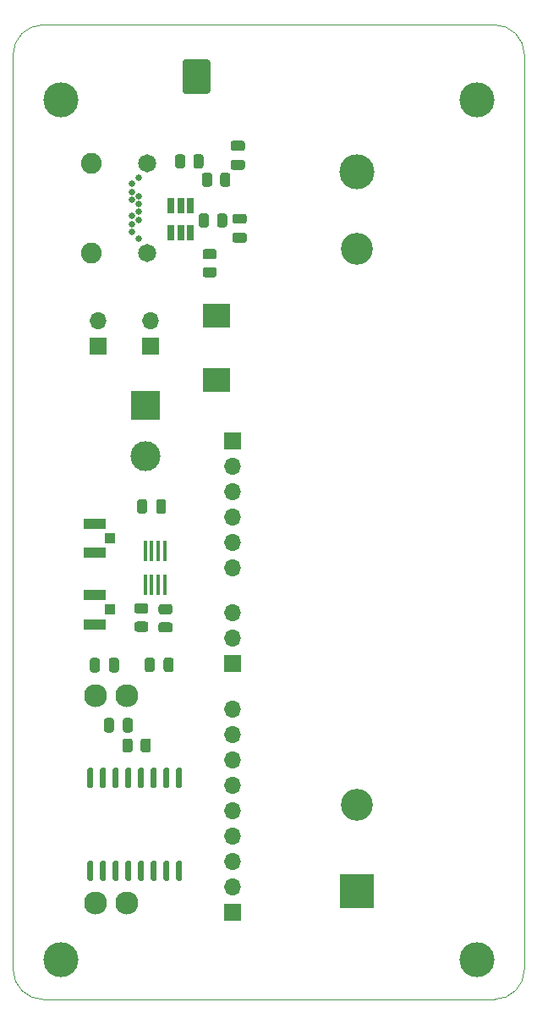
<source format=gbr>
%TF.GenerationSoftware,KiCad,Pcbnew,(5.1.10)-1*%
%TF.CreationDate,2021-09-02T16:56:43-04:00*%
%TF.ProjectId,buoy-c,62756f79-2d63-42e6-9b69-6361645f7063,1.0*%
%TF.SameCoordinates,Original*%
%TF.FileFunction,Soldermask,Bot*%
%TF.FilePolarity,Negative*%
%FSLAX46Y46*%
G04 Gerber Fmt 4.6, Leading zero omitted, Abs format (unit mm)*
G04 Created by KiCad (PCBNEW (5.1.10)-1) date 2021-09-02 16:56:43*
%MOMM*%
%LPD*%
G01*
G04 APERTURE LIST*
%TA.AperFunction,Profile*%
%ADD10C,0.050000*%
%TD*%
%ADD11C,3.500000*%
%ADD12R,3.500000X3.500000*%
%ADD13C,3.200000*%
%ADD14C,2.300000*%
%ADD15O,1.700000X1.700000*%
%ADD16R,1.700000X1.700000*%
%ADD17R,2.200000X1.050000*%
%ADD18R,1.050000X1.050000*%
%ADD19C,0.650000*%
%ADD20C,1.815000*%
%ADD21C,2.085000*%
%ADD22R,2.800000X2.400000*%
%ADD23R,0.650000X1.560000*%
%ADD24R,3.000000X3.000000*%
%ADD25C,3.000000*%
%ADD26R,0.400000X2.000000*%
G04 APERTURE END LIST*
D10*
X151750000Y-194500000D02*
G75*
G02*
X148750000Y-197500000I-3000000J0D01*
G01*
X148750000Y-100000000D02*
G75*
G02*
X151750000Y-103000000I0J-3000000D01*
G01*
X103550000Y-197500000D02*
G75*
G02*
X100550000Y-194500000I0J3000000D01*
G01*
X100550000Y-103000000D02*
G75*
G02*
X103550000Y-100000000I3000000J0D01*
G01*
X103550000Y-197500000D02*
X148750000Y-197500000D01*
X103550000Y-100000000D02*
X148750000Y-100000000D01*
X151750000Y-103000000D02*
X151750000Y-194500000D01*
X100550000Y-103000000D02*
X100550000Y-194500000D01*
D11*
%TO.C,J5*%
X134975600Y-114700000D03*
D12*
X134975600Y-186700000D03*
D13*
X134975600Y-178055000D03*
X134975600Y-122445000D03*
%TD*%
D14*
%TO.C,J2*%
X108822360Y-187892660D03*
X111922360Y-187892660D03*
X111922360Y-167092660D03*
X108822360Y-167092660D03*
%TD*%
D15*
%TO.C,J3*%
X114345720Y-129646680D03*
D16*
X114345720Y-132186680D03*
%TD*%
D15*
%TO.C,J10*%
X122521980Y-154302460D03*
X122521980Y-151762460D03*
X122521980Y-149222460D03*
X122521980Y-146682460D03*
X122521980Y-144142460D03*
D16*
X122521980Y-141602460D03*
%TD*%
D15*
%TO.C,J7*%
X109062520Y-129646680D03*
D16*
X109062520Y-132186680D03*
%TD*%
D15*
%TO.C,J14*%
X122521980Y-168455340D03*
X122521980Y-170995340D03*
X122521980Y-173535340D03*
X122521980Y-176075340D03*
X122521980Y-178615340D03*
X122521980Y-181155340D03*
X122521980Y-183695340D03*
X122521980Y-186235340D03*
D16*
X122521980Y-188775340D03*
%TD*%
D17*
%TO.C,J9*%
X108752640Y-152841220D03*
X108752640Y-149891220D03*
D18*
X110277640Y-151366220D03*
%TD*%
D17*
%TO.C,J4*%
X108752640Y-159986980D03*
X108752640Y-157036980D03*
D18*
X110277640Y-158511980D03*
%TD*%
D11*
%TO.C,REF\u002A\u002A*%
X147000000Y-193500000D03*
%TD*%
%TO.C,REF\u002A\u002A*%
X147000000Y-107500000D03*
%TD*%
%TO.C,REF\u002A\u002A*%
X105300000Y-193500000D03*
%TD*%
%TO.C,REF\u002A\u002A*%
X105300000Y-107500000D03*
%TD*%
D19*
%TO.C,J1*%
X113164020Y-121370820D03*
X112464020Y-120720820D03*
X112464020Y-119920820D03*
X113164020Y-119520820D03*
X112464020Y-119120820D03*
X113164020Y-118720820D03*
X113164020Y-117920820D03*
X112464020Y-117520820D03*
X113164020Y-117120820D03*
X112464020Y-116720820D03*
X112464020Y-115920820D03*
X113164020Y-115270820D03*
D20*
X113964020Y-113820820D03*
D21*
X108364020Y-113820820D03*
X108364020Y-122820820D03*
D20*
X113964020Y-122820820D03*
%TD*%
%TO.C,C10*%
G36*
G01*
X123520220Y-112607980D02*
X122570220Y-112607980D01*
G75*
G02*
X122320220Y-112357980I0J250000D01*
G01*
X122320220Y-111857980D01*
G75*
G02*
X122570220Y-111607980I250000J0D01*
G01*
X123520220Y-111607980D01*
G75*
G02*
X123770220Y-111857980I0J-250000D01*
G01*
X123770220Y-112357980D01*
G75*
G02*
X123520220Y-112607980I-250000J0D01*
G01*
G37*
G36*
G01*
X123520220Y-114507980D02*
X122570220Y-114507980D01*
G75*
G02*
X122320220Y-114257980I0J250000D01*
G01*
X122320220Y-113757980D01*
G75*
G02*
X122570220Y-113507980I250000J0D01*
G01*
X123520220Y-113507980D01*
G75*
G02*
X123770220Y-113757980I0J-250000D01*
G01*
X123770220Y-114257980D01*
G75*
G02*
X123520220Y-114507980I-250000J0D01*
G01*
G37*
%TD*%
%TO.C,C12*%
G36*
G01*
X122753100Y-118897740D02*
X123703100Y-118897740D01*
G75*
G02*
X123953100Y-119147740I0J-250000D01*
G01*
X123953100Y-119647740D01*
G75*
G02*
X123703100Y-119897740I-250000J0D01*
G01*
X122753100Y-119897740D01*
G75*
G02*
X122503100Y-119647740I0J250000D01*
G01*
X122503100Y-119147740D01*
G75*
G02*
X122753100Y-118897740I250000J0D01*
G01*
G37*
G36*
G01*
X122753100Y-120797740D02*
X123703100Y-120797740D01*
G75*
G02*
X123953100Y-121047740I0J-250000D01*
G01*
X123953100Y-121547740D01*
G75*
G02*
X123703100Y-121797740I-250000J0D01*
G01*
X122753100Y-121797740D01*
G75*
G02*
X122503100Y-121547740I0J250000D01*
G01*
X122503100Y-121047740D01*
G75*
G02*
X122753100Y-120797740I250000J0D01*
G01*
G37*
%TD*%
%TO.C,C15*%
G36*
G01*
X112549600Y-169603400D02*
X112549600Y-170553400D01*
G75*
G02*
X112299600Y-170803400I-250000J0D01*
G01*
X111799600Y-170803400D01*
G75*
G02*
X111549600Y-170553400I0J250000D01*
G01*
X111549600Y-169603400D01*
G75*
G02*
X111799600Y-169353400I250000J0D01*
G01*
X112299600Y-169353400D01*
G75*
G02*
X112549600Y-169603400I0J-250000D01*
G01*
G37*
G36*
G01*
X110649600Y-169603400D02*
X110649600Y-170553400D01*
G75*
G02*
X110399600Y-170803400I-250000J0D01*
G01*
X109899600Y-170803400D01*
G75*
G02*
X109649600Y-170553400I0J250000D01*
G01*
X109649600Y-169603400D01*
G75*
G02*
X109899600Y-169353400I250000J0D01*
G01*
X110399600Y-169353400D01*
G75*
G02*
X110649600Y-169603400I0J-250000D01*
G01*
G37*
%TD*%
D22*
%TO.C,C19*%
X120947180Y-135506060D03*
X120947180Y-129106060D03*
%TD*%
%TO.C,C20*%
G36*
G01*
X114874460Y-148661140D02*
X114874460Y-147711140D01*
G75*
G02*
X115124460Y-147461140I250000J0D01*
G01*
X115624460Y-147461140D01*
G75*
G02*
X115874460Y-147711140I0J-250000D01*
G01*
X115874460Y-148661140D01*
G75*
G02*
X115624460Y-148911140I-250000J0D01*
G01*
X115124460Y-148911140D01*
G75*
G02*
X114874460Y-148661140I0J250000D01*
G01*
G37*
G36*
G01*
X112974460Y-148661140D02*
X112974460Y-147711140D01*
G75*
G02*
X113224460Y-147461140I250000J0D01*
G01*
X113724460Y-147461140D01*
G75*
G02*
X113974460Y-147711140I0J-250000D01*
G01*
X113974460Y-148661140D01*
G75*
G02*
X113724460Y-148911140I-250000J0D01*
G01*
X113224460Y-148911140D01*
G75*
G02*
X112974460Y-148661140I0J250000D01*
G01*
G37*
%TD*%
%TO.C,C21*%
G36*
G01*
X114721220Y-163558200D02*
X114721220Y-164508200D01*
G75*
G02*
X114471220Y-164758200I-250000J0D01*
G01*
X113971220Y-164758200D01*
G75*
G02*
X113721220Y-164508200I0J250000D01*
G01*
X113721220Y-163558200D01*
G75*
G02*
X113971220Y-163308200I250000J0D01*
G01*
X114471220Y-163308200D01*
G75*
G02*
X114721220Y-163558200I0J-250000D01*
G01*
G37*
G36*
G01*
X116621220Y-163558200D02*
X116621220Y-164508200D01*
G75*
G02*
X116371220Y-164758200I-250000J0D01*
G01*
X115871220Y-164758200D01*
G75*
G02*
X115621220Y-164508200I0J250000D01*
G01*
X115621220Y-163558200D01*
G75*
G02*
X115871220Y-163308200I250000J0D01*
G01*
X116371220Y-163308200D01*
G75*
G02*
X116621220Y-163558200I0J-250000D01*
G01*
G37*
%TD*%
%TO.C,C22*%
G36*
G01*
X109242400Y-163586140D02*
X109242400Y-164536140D01*
G75*
G02*
X108992400Y-164786140I-250000J0D01*
G01*
X108492400Y-164786140D01*
G75*
G02*
X108242400Y-164536140I0J250000D01*
G01*
X108242400Y-163586140D01*
G75*
G02*
X108492400Y-163336140I250000J0D01*
G01*
X108992400Y-163336140D01*
G75*
G02*
X109242400Y-163586140I0J-250000D01*
G01*
G37*
G36*
G01*
X111142400Y-163586140D02*
X111142400Y-164536140D01*
G75*
G02*
X110892400Y-164786140I-250000J0D01*
G01*
X110392400Y-164786140D01*
G75*
G02*
X110142400Y-164536140I0J250000D01*
G01*
X110142400Y-163586140D01*
G75*
G02*
X110392400Y-163336140I250000J0D01*
G01*
X110892400Y-163336140D01*
G75*
G02*
X111142400Y-163586140I0J-250000D01*
G01*
G37*
%TD*%
D23*
%TO.C,D3*%
X118285300Y-120773180D03*
X117335300Y-120773180D03*
X116385300Y-120773180D03*
X116385300Y-118073180D03*
X118285300Y-118073180D03*
X117335300Y-118073180D03*
%TD*%
%TO.C,FB1*%
G36*
G01*
X120163000Y-119128119D02*
X120163000Y-120028121D01*
G75*
G02*
X119913001Y-120278120I-249999J0D01*
G01*
X119387999Y-120278120D01*
G75*
G02*
X119138000Y-120028121I0J249999D01*
G01*
X119138000Y-119128119D01*
G75*
G02*
X119387999Y-118878120I249999J0D01*
G01*
X119913001Y-118878120D01*
G75*
G02*
X120163000Y-119128119I0J-249999D01*
G01*
G37*
G36*
G01*
X121988000Y-119128119D02*
X121988000Y-120028121D01*
G75*
G02*
X121738001Y-120278120I-249999J0D01*
G01*
X121212999Y-120278120D01*
G75*
G02*
X120963000Y-120028121I0J249999D01*
G01*
X120963000Y-119128119D01*
G75*
G02*
X121212999Y-118878120I249999J0D01*
G01*
X121738001Y-118878120D01*
G75*
G02*
X121988000Y-119128119I0J-249999D01*
G01*
G37*
%TD*%
%TO.C,FB2*%
G36*
G01*
X122311220Y-115051419D02*
X122311220Y-115951421D01*
G75*
G02*
X122061221Y-116201420I-249999J0D01*
G01*
X121536219Y-116201420D01*
G75*
G02*
X121286220Y-115951421I0J249999D01*
G01*
X121286220Y-115051419D01*
G75*
G02*
X121536219Y-114801420I249999J0D01*
G01*
X122061221Y-114801420D01*
G75*
G02*
X122311220Y-115051419I0J-249999D01*
G01*
G37*
G36*
G01*
X120486220Y-115051419D02*
X120486220Y-115951421D01*
G75*
G02*
X120236221Y-116201420I-249999J0D01*
G01*
X119711219Y-116201420D01*
G75*
G02*
X119461220Y-115951421I0J249999D01*
G01*
X119461220Y-115051419D01*
G75*
G02*
X119711219Y-114801420I249999J0D01*
G01*
X120236221Y-114801420D01*
G75*
G02*
X120486220Y-115051419I0J-249999D01*
G01*
G37*
%TD*%
D15*
%TO.C,J8*%
X122521980Y-158826200D03*
X122521980Y-161366200D03*
D16*
X122521980Y-163906200D03*
%TD*%
D24*
%TO.C,J11*%
X113797080Y-138046460D03*
D25*
X113797080Y-143126460D03*
%TD*%
%TO.C,R4*%
G36*
G01*
X120678361Y-123454840D02*
X119778359Y-123454840D01*
G75*
G02*
X119528360Y-123204841I0J249999D01*
G01*
X119528360Y-122679839D01*
G75*
G02*
X119778359Y-122429840I249999J0D01*
G01*
X120678361Y-122429840D01*
G75*
G02*
X120928360Y-122679839I0J-249999D01*
G01*
X120928360Y-123204841D01*
G75*
G02*
X120678361Y-123454840I-249999J0D01*
G01*
G37*
G36*
G01*
X120678361Y-125279840D02*
X119778359Y-125279840D01*
G75*
G02*
X119528360Y-125029841I0J249999D01*
G01*
X119528360Y-124504839D01*
G75*
G02*
X119778359Y-124254840I249999J0D01*
G01*
X120678361Y-124254840D01*
G75*
G02*
X120928360Y-124504839I0J-249999D01*
G01*
X120928360Y-125029841D01*
G75*
G02*
X120678361Y-125279840I-249999J0D01*
G01*
G37*
%TD*%
%TO.C,R6*%
G36*
G01*
X116768820Y-114115001D02*
X116768820Y-113214999D01*
G75*
G02*
X117018819Y-112965000I249999J0D01*
G01*
X117543821Y-112965000D01*
G75*
G02*
X117793820Y-113214999I0J-249999D01*
G01*
X117793820Y-114115001D01*
G75*
G02*
X117543821Y-114365000I-249999J0D01*
G01*
X117018819Y-114365000D01*
G75*
G02*
X116768820Y-114115001I0J249999D01*
G01*
G37*
G36*
G01*
X118593820Y-114115001D02*
X118593820Y-113214999D01*
G75*
G02*
X118843819Y-112965000I249999J0D01*
G01*
X119368821Y-112965000D01*
G75*
G02*
X119618820Y-113214999I0J-249999D01*
G01*
X119618820Y-114115001D01*
G75*
G02*
X119368821Y-114365000I-249999J0D01*
G01*
X118843819Y-114365000D01*
G75*
G02*
X118593820Y-114115001I0J249999D01*
G01*
G37*
%TD*%
%TO.C,R25*%
G36*
G01*
X111503400Y-172547701D02*
X111503400Y-171647699D01*
G75*
G02*
X111753399Y-171397700I249999J0D01*
G01*
X112278401Y-171397700D01*
G75*
G02*
X112528400Y-171647699I0J-249999D01*
G01*
X112528400Y-172547701D01*
G75*
G02*
X112278401Y-172797700I-249999J0D01*
G01*
X111753399Y-172797700D01*
G75*
G02*
X111503400Y-172547701I0J249999D01*
G01*
G37*
G36*
G01*
X113328400Y-172547701D02*
X113328400Y-171647699D01*
G75*
G02*
X113578399Y-171397700I249999J0D01*
G01*
X114103401Y-171397700D01*
G75*
G02*
X114353400Y-171647699I0J-249999D01*
G01*
X114353400Y-172547701D01*
G75*
G02*
X114103401Y-172797700I-249999J0D01*
G01*
X113578399Y-172797700D01*
G75*
G02*
X113328400Y-172547701I0J249999D01*
G01*
G37*
%TD*%
%TO.C,R36*%
G36*
G01*
X116266381Y-160802380D02*
X115366379Y-160802380D01*
G75*
G02*
X115116380Y-160552381I0J249999D01*
G01*
X115116380Y-160027379D01*
G75*
G02*
X115366379Y-159777380I249999J0D01*
G01*
X116266381Y-159777380D01*
G75*
G02*
X116516380Y-160027379I0J-249999D01*
G01*
X116516380Y-160552381D01*
G75*
G02*
X116266381Y-160802380I-249999J0D01*
G01*
G37*
G36*
G01*
X116266381Y-158977380D02*
X115366379Y-158977380D01*
G75*
G02*
X115116380Y-158727381I0J249999D01*
G01*
X115116380Y-158202379D01*
G75*
G02*
X115366379Y-157952380I249999J0D01*
G01*
X116266381Y-157952380D01*
G75*
G02*
X116516380Y-158202379I0J-249999D01*
G01*
X116516380Y-158727381D01*
G75*
G02*
X116266381Y-158977380I-249999J0D01*
G01*
G37*
%TD*%
%TO.C,R37*%
G36*
G01*
X113838141Y-158901180D02*
X112938139Y-158901180D01*
G75*
G02*
X112688140Y-158651181I0J249999D01*
G01*
X112688140Y-158126179D01*
G75*
G02*
X112938139Y-157876180I249999J0D01*
G01*
X113838141Y-157876180D01*
G75*
G02*
X114088140Y-158126179I0J-249999D01*
G01*
X114088140Y-158651181D01*
G75*
G02*
X113838141Y-158901180I-249999J0D01*
G01*
G37*
G36*
G01*
X113838141Y-160726180D02*
X112938139Y-160726180D01*
G75*
G02*
X112688140Y-160476181I0J249999D01*
G01*
X112688140Y-159951179D01*
G75*
G02*
X112938139Y-159701180I249999J0D01*
G01*
X113838141Y-159701180D01*
G75*
G02*
X114088140Y-159951179I0J-249999D01*
G01*
X114088140Y-160476181D01*
G75*
G02*
X113838141Y-160726180I-249999J0D01*
G01*
G37*
%TD*%
%TO.C,U2*%
G36*
G01*
X117540180Y-106643610D02*
X117540180Y-103714110D01*
G75*
G02*
X117790430Y-103463860I250250J0D01*
G01*
X120039930Y-103463860D01*
G75*
G02*
X120290180Y-103714110I0J-250250D01*
G01*
X120290180Y-106643610D01*
G75*
G02*
X120039930Y-106893860I-250250J0D01*
G01*
X117790430Y-106893860D01*
G75*
G02*
X117540180Y-106643610I0J250250D01*
G01*
G37*
%TD*%
%TO.C,U8*%
G36*
G01*
X108142900Y-174314480D02*
X108442900Y-174314480D01*
G75*
G02*
X108592900Y-174464480I0J-150000D01*
G01*
X108592900Y-176214480D01*
G75*
G02*
X108442900Y-176364480I-150000J0D01*
G01*
X108142900Y-176364480D01*
G75*
G02*
X107992900Y-176214480I0J150000D01*
G01*
X107992900Y-174464480D01*
G75*
G02*
X108142900Y-174314480I150000J0D01*
G01*
G37*
G36*
G01*
X109412900Y-174314480D02*
X109712900Y-174314480D01*
G75*
G02*
X109862900Y-174464480I0J-150000D01*
G01*
X109862900Y-176214480D01*
G75*
G02*
X109712900Y-176364480I-150000J0D01*
G01*
X109412900Y-176364480D01*
G75*
G02*
X109262900Y-176214480I0J150000D01*
G01*
X109262900Y-174464480D01*
G75*
G02*
X109412900Y-174314480I150000J0D01*
G01*
G37*
G36*
G01*
X110682900Y-174314480D02*
X110982900Y-174314480D01*
G75*
G02*
X111132900Y-174464480I0J-150000D01*
G01*
X111132900Y-176214480D01*
G75*
G02*
X110982900Y-176364480I-150000J0D01*
G01*
X110682900Y-176364480D01*
G75*
G02*
X110532900Y-176214480I0J150000D01*
G01*
X110532900Y-174464480D01*
G75*
G02*
X110682900Y-174314480I150000J0D01*
G01*
G37*
G36*
G01*
X111952900Y-174314480D02*
X112252900Y-174314480D01*
G75*
G02*
X112402900Y-174464480I0J-150000D01*
G01*
X112402900Y-176214480D01*
G75*
G02*
X112252900Y-176364480I-150000J0D01*
G01*
X111952900Y-176364480D01*
G75*
G02*
X111802900Y-176214480I0J150000D01*
G01*
X111802900Y-174464480D01*
G75*
G02*
X111952900Y-174314480I150000J0D01*
G01*
G37*
G36*
G01*
X113222900Y-174314480D02*
X113522900Y-174314480D01*
G75*
G02*
X113672900Y-174464480I0J-150000D01*
G01*
X113672900Y-176214480D01*
G75*
G02*
X113522900Y-176364480I-150000J0D01*
G01*
X113222900Y-176364480D01*
G75*
G02*
X113072900Y-176214480I0J150000D01*
G01*
X113072900Y-174464480D01*
G75*
G02*
X113222900Y-174314480I150000J0D01*
G01*
G37*
G36*
G01*
X114492900Y-174314480D02*
X114792900Y-174314480D01*
G75*
G02*
X114942900Y-174464480I0J-150000D01*
G01*
X114942900Y-176214480D01*
G75*
G02*
X114792900Y-176364480I-150000J0D01*
G01*
X114492900Y-176364480D01*
G75*
G02*
X114342900Y-176214480I0J150000D01*
G01*
X114342900Y-174464480D01*
G75*
G02*
X114492900Y-174314480I150000J0D01*
G01*
G37*
G36*
G01*
X115762900Y-174314480D02*
X116062900Y-174314480D01*
G75*
G02*
X116212900Y-174464480I0J-150000D01*
G01*
X116212900Y-176214480D01*
G75*
G02*
X116062900Y-176364480I-150000J0D01*
G01*
X115762900Y-176364480D01*
G75*
G02*
X115612900Y-176214480I0J150000D01*
G01*
X115612900Y-174464480D01*
G75*
G02*
X115762900Y-174314480I150000J0D01*
G01*
G37*
G36*
G01*
X117032900Y-174314480D02*
X117332900Y-174314480D01*
G75*
G02*
X117482900Y-174464480I0J-150000D01*
G01*
X117482900Y-176214480D01*
G75*
G02*
X117332900Y-176364480I-150000J0D01*
G01*
X117032900Y-176364480D01*
G75*
G02*
X116882900Y-176214480I0J150000D01*
G01*
X116882900Y-174464480D01*
G75*
G02*
X117032900Y-174314480I150000J0D01*
G01*
G37*
G36*
G01*
X117032900Y-183614480D02*
X117332900Y-183614480D01*
G75*
G02*
X117482900Y-183764480I0J-150000D01*
G01*
X117482900Y-185514480D01*
G75*
G02*
X117332900Y-185664480I-150000J0D01*
G01*
X117032900Y-185664480D01*
G75*
G02*
X116882900Y-185514480I0J150000D01*
G01*
X116882900Y-183764480D01*
G75*
G02*
X117032900Y-183614480I150000J0D01*
G01*
G37*
G36*
G01*
X115762900Y-183614480D02*
X116062900Y-183614480D01*
G75*
G02*
X116212900Y-183764480I0J-150000D01*
G01*
X116212900Y-185514480D01*
G75*
G02*
X116062900Y-185664480I-150000J0D01*
G01*
X115762900Y-185664480D01*
G75*
G02*
X115612900Y-185514480I0J150000D01*
G01*
X115612900Y-183764480D01*
G75*
G02*
X115762900Y-183614480I150000J0D01*
G01*
G37*
G36*
G01*
X114492900Y-183614480D02*
X114792900Y-183614480D01*
G75*
G02*
X114942900Y-183764480I0J-150000D01*
G01*
X114942900Y-185514480D01*
G75*
G02*
X114792900Y-185664480I-150000J0D01*
G01*
X114492900Y-185664480D01*
G75*
G02*
X114342900Y-185514480I0J150000D01*
G01*
X114342900Y-183764480D01*
G75*
G02*
X114492900Y-183614480I150000J0D01*
G01*
G37*
G36*
G01*
X113222900Y-183614480D02*
X113522900Y-183614480D01*
G75*
G02*
X113672900Y-183764480I0J-150000D01*
G01*
X113672900Y-185514480D01*
G75*
G02*
X113522900Y-185664480I-150000J0D01*
G01*
X113222900Y-185664480D01*
G75*
G02*
X113072900Y-185514480I0J150000D01*
G01*
X113072900Y-183764480D01*
G75*
G02*
X113222900Y-183614480I150000J0D01*
G01*
G37*
G36*
G01*
X111952900Y-183614480D02*
X112252900Y-183614480D01*
G75*
G02*
X112402900Y-183764480I0J-150000D01*
G01*
X112402900Y-185514480D01*
G75*
G02*
X112252900Y-185664480I-150000J0D01*
G01*
X111952900Y-185664480D01*
G75*
G02*
X111802900Y-185514480I0J150000D01*
G01*
X111802900Y-183764480D01*
G75*
G02*
X111952900Y-183614480I150000J0D01*
G01*
G37*
G36*
G01*
X110682900Y-183614480D02*
X110982900Y-183614480D01*
G75*
G02*
X111132900Y-183764480I0J-150000D01*
G01*
X111132900Y-185514480D01*
G75*
G02*
X110982900Y-185664480I-150000J0D01*
G01*
X110682900Y-185664480D01*
G75*
G02*
X110532900Y-185514480I0J150000D01*
G01*
X110532900Y-183764480D01*
G75*
G02*
X110682900Y-183614480I150000J0D01*
G01*
G37*
G36*
G01*
X109412900Y-183614480D02*
X109712900Y-183614480D01*
G75*
G02*
X109862900Y-183764480I0J-150000D01*
G01*
X109862900Y-185514480D01*
G75*
G02*
X109712900Y-185664480I-150000J0D01*
G01*
X109412900Y-185664480D01*
G75*
G02*
X109262900Y-185514480I0J150000D01*
G01*
X109262900Y-183764480D01*
G75*
G02*
X109412900Y-183614480I150000J0D01*
G01*
G37*
G36*
G01*
X108142900Y-183614480D02*
X108442900Y-183614480D01*
G75*
G02*
X108592900Y-183764480I0J-150000D01*
G01*
X108592900Y-185514480D01*
G75*
G02*
X108442900Y-185664480I-150000J0D01*
G01*
X108142900Y-185664480D01*
G75*
G02*
X107992900Y-185514480I0J150000D01*
G01*
X107992900Y-183764480D01*
G75*
G02*
X108142900Y-183614480I150000J0D01*
G01*
G37*
%TD*%
D26*
%TO.C,U10*%
X113789740Y-152625480D03*
X114429740Y-152625480D03*
X115089740Y-152625480D03*
X115729740Y-152625480D03*
X115729740Y-156045480D03*
X115089740Y-156045480D03*
X114429740Y-156045480D03*
X113789740Y-156045480D03*
%TD*%
M02*

</source>
